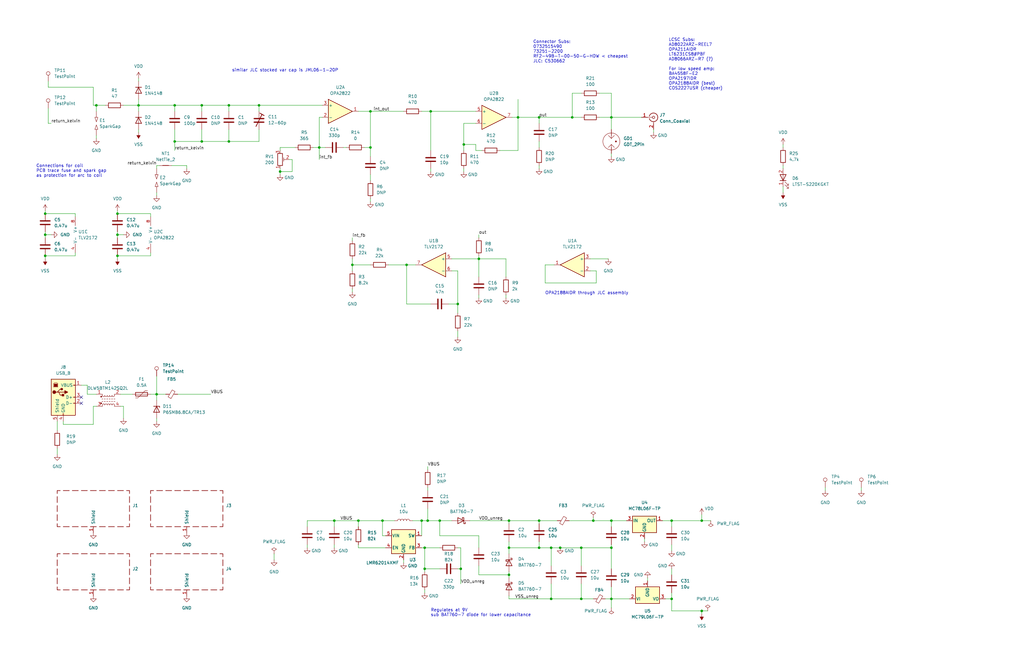
<source format=kicad_sch>
(kicad_sch (version 20211123) (generator eeschema)
  (paper "B")
  (junction (at 179.07 240.03))
  (junction (at 241.3 49.53))
  (junction (at 109.22 44.45))
  (junction (at 140.97 219.71))
  (junction (at 185.42 219.71))
  (junction (at 85.09 59.69))
  (junction (at 257.81 219.71))
  (junction (at 19.05 99.06))
  (junction (at 118.11 72.39))
  (junction (at 227.33 219.71))
  (junction (at 19.05 107.95))
  (junction (at 156.21 62.23))
  (junction (at 201.93 109.22))
  (junction (at 232.41 231.14))
  (junction (at 49.53 107.95))
  (junction (at 245.11 231.14))
  (junction (at 194.31 240.03))
  (junction (at 195.58 60.96))
  (junction (at 257.81 49.53))
  (junction (at 151.13 219.71))
  (junction (at 236.22 231.14))
  (junction (at 49.53 99.06))
  (junction (at 177.8 219.71))
  (junction (at 283.21 219.71))
  (junction (at 73.66 59.69))
  (junction (at 283.21 252.73))
  (junction (at 227.33 49.53))
  (junction (at 179.07 231.14))
  (junction (at 245.11 252.73))
  (junction (at 40.64 44.45))
  (junction (at 181.61 46.99))
  (junction (at 96.52 59.69))
  (junction (at 295.91 257.81))
  (junction (at 214.63 219.71))
  (junction (at 214.63 242.57))
  (junction (at 85.09 44.45))
  (junction (at 257.81 252.73))
  (junction (at 193.04 128.27))
  (junction (at 148.59 111.76))
  (junction (at 49.53 90.17))
  (junction (at 161.29 219.71))
  (junction (at 58.42 44.45))
  (junction (at 180.34 219.71))
  (junction (at 73.66 44.45))
  (junction (at 156.21 46.99))
  (junction (at 214.63 231.14))
  (junction (at 66.04 166.37))
  (junction (at 227.33 231.14))
  (junction (at 19.05 90.17))
  (junction (at 171.45 111.76))
  (junction (at 257.81 231.14))
  (junction (at 232.41 252.73))
  (junction (at 96.52 44.45))
  (junction (at 134.62 62.23))
  (junction (at 295.91 219.71))
  (junction (at 250.19 219.71))
  (junction (at 218.44 49.53))
  (no_connect (at 34.29 170.18))
  (no_connect (at 34.29 167.64))
  (wire (pts (xy 232.41 231.14) (xy 232.41 238.76)))
  (wire (pts (xy 63.5 90.17) (xy 63.5 91.44)))
  (wire (pts (xy 257.81 231.14) (xy 245.11 231.14)))
  (wire (pts (xy 148.59 121.92) (xy 148.59 123.19)))
  (wire (pts (xy 58.42 44.45) (xy 73.66 44.45)))
  (wire (pts (xy 148.59 111.76) (xy 156.21 111.76)))
  (wire (pts (xy 179.07 231.14) (xy 185.42 231.14)))
  (wire (pts (xy 34.29 162.56) (xy 36.83 162.56)))
  (wire (pts (xy 26.67 179.07) (xy 39.37 179.07)))
  (wire (pts (xy 229.87 119.38) (xy 229.87 111.76)))
  (wire (pts (xy 96.52 59.69) (xy 109.22 59.69)))
  (wire (pts (xy 330.2 78.74) (xy 330.2 81.28)))
  (wire (pts (xy 36.83 166.37) (xy 40.64 166.37)))
  (wire (pts (xy 31.75 90.17) (xy 31.75 91.44)))
  (wire (pts (xy 96.52 54.61) (xy 96.52 59.69)))
  (wire (pts (xy 241.3 39.37) (xy 245.11 39.37)))
  (wire (pts (xy 181.61 128.27) (xy 171.45 128.27)))
  (wire (pts (xy 218.44 41.91) (xy 218.44 49.53)))
  (wire (pts (xy 195.58 60.96) (xy 200.66 60.96)))
  (wire (pts (xy 248.92 114.3) (xy 251.46 114.3)))
  (wire (pts (xy 194.31 240.03) (xy 194.31 246.38)))
  (wire (pts (xy 257.81 231.14) (xy 257.81 240.03)))
  (wire (pts (xy 201.93 109.22) (xy 213.36 109.22)))
  (wire (pts (xy 58.42 44.45) (xy 58.42 46.99)))
  (wire (pts (xy 49.53 88.9) (xy 49.53 90.17)))
  (wire (pts (xy 245.11 252.73) (xy 245.11 246.38)))
  (wire (pts (xy 39.37 179.07) (xy 39.37 171.45)))
  (wire (pts (xy 177.8 219.71) (xy 180.34 219.71)))
  (wire (pts (xy 148.59 100.33) (xy 148.59 101.6)))
  (wire (pts (xy 74.93 166.37) (xy 88.9 166.37)))
  (wire (pts (xy 283.21 219.71) (xy 283.21 222.25)))
  (wire (pts (xy 148.59 111.76) (xy 148.59 114.3)))
  (wire (pts (xy 49.53 99.06) (xy 52.07 99.06)))
  (wire (pts (xy 39.37 44.45) (xy 40.64 44.45)))
  (wire (pts (xy 109.22 44.45) (xy 109.22 46.99)))
  (wire (pts (xy 257.81 252.73) (xy 257.81 247.65)))
  (wire (pts (xy 190.5 109.22) (xy 201.93 109.22)))
  (wire (pts (xy 20.32 34.29) (xy 20.32 36.83)))
  (wire (pts (xy 227.33 49.53) (xy 241.3 49.53)))
  (wire (pts (xy 181.61 71.12) (xy 181.61 72.39)))
  (wire (pts (xy 85.09 44.45) (xy 85.09 46.99)))
  (wire (pts (xy 40.64 57.15) (xy 40.64 58.42)))
  (wire (pts (xy 227.33 231.14) (xy 232.41 231.14)))
  (wire (pts (xy 73.66 44.45) (xy 85.09 44.45)))
  (wire (pts (xy 201.93 109.22) (xy 201.93 107.95)))
  (wire (pts (xy 166.37 219.71) (xy 161.29 219.71)))
  (wire (pts (xy 118.11 63.5) (xy 118.11 62.23)))
  (wire (pts (xy 96.52 44.45) (xy 109.22 44.45)))
  (wire (pts (xy 129.54 229.87) (xy 129.54 231.14)))
  (wire (pts (xy 185.42 226.06) (xy 201.93 226.06)))
  (wire (pts (xy 214.63 231.14) (xy 227.33 231.14)))
  (wire (pts (xy 280.67 252.73) (xy 283.21 252.73)))
  (wire (pts (xy 151.13 222.25) (xy 151.13 219.71)))
  (wire (pts (xy 193.04 114.3) (xy 190.5 114.3)))
  (wire (pts (xy 180.34 219.71) (xy 185.42 219.71)))
  (wire (pts (xy 347.98 205.74) (xy 347.98 207.01)))
  (wire (pts (xy 163.83 111.76) (xy 171.45 111.76)))
  (wire (pts (xy 20.32 36.83) (xy 39.37 36.83)))
  (wire (pts (xy 66.04 176.53) (xy 66.04 177.8)))
  (wire (pts (xy 140.97 229.87) (xy 140.97 231.14)))
  (wire (pts (xy 24.13 177.8) (xy 24.13 181.61)))
  (wire (pts (xy 135.89 49.53) (xy 134.62 49.53)))
  (wire (pts (xy 40.64 44.45) (xy 44.45 44.45)))
  (wire (pts (xy 49.53 107.95) (xy 49.53 109.22)))
  (wire (pts (xy 200.66 60.96) (xy 200.66 63.5)))
  (wire (pts (xy 236.22 231.14) (xy 245.11 231.14)))
  (wire (pts (xy 189.23 128.27) (xy 193.04 128.27)))
  (wire (pts (xy 214.63 228.6) (xy 214.63 231.14)))
  (wire (pts (xy 240.03 219.71) (xy 250.19 219.71)))
  (wire (pts (xy 66.04 81.28) (xy 66.04 82.55)))
  (wire (pts (xy 181.61 46.99) (xy 181.61 63.5)))
  (wire (pts (xy 257.81 49.53) (xy 270.51 49.53)))
  (wire (pts (xy 198.12 219.71) (xy 214.63 219.71)))
  (wire (pts (xy 19.05 97.79) (xy 19.05 99.06)))
  (wire (pts (xy 171.45 111.76) (xy 171.45 128.27)))
  (wire (pts (xy 179.07 240.03) (xy 179.07 231.14)))
  (wire (pts (xy 232.41 231.14) (xy 236.22 231.14)))
  (wire (pts (xy 123.19 67.31) (xy 123.19 72.39)))
  (wire (pts (xy 227.33 49.53) (xy 227.33 52.07)))
  (wire (pts (xy 214.63 219.71) (xy 227.33 219.71)))
  (wire (pts (xy 227.33 219.71) (xy 234.95 219.71)))
  (wire (pts (xy 144.78 62.23) (xy 146.05 62.23)))
  (wire (pts (xy 283.21 219.71) (xy 295.91 219.71)))
  (wire (pts (xy 115.57 233.68) (xy 115.57 236.22)))
  (wire (pts (xy 295.91 257.81) (xy 295.91 259.08)))
  (wire (pts (xy 185.42 219.71) (xy 190.5 219.71)))
  (wire (pts (xy 283.21 240.03) (xy 283.21 242.57)))
  (wire (pts (xy 248.92 109.22) (xy 256.54 109.22)))
  (wire (pts (xy 26.67 177.8) (xy 26.67 179.07)))
  (wire (pts (xy 245.11 252.73) (xy 250.19 252.73)))
  (wire (pts (xy 214.63 231.14) (xy 214.63 233.68)))
  (wire (pts (xy 214.63 219.71) (xy 214.63 220.98)))
  (wire (pts (xy 109.22 54.61) (xy 109.22 59.69)))
  (wire (pts (xy 58.42 33.02) (xy 58.42 34.29)))
  (wire (pts (xy 195.58 60.96) (xy 195.58 63.5)))
  (wire (pts (xy 200.66 63.5) (xy 203.2 63.5)))
  (wire (pts (xy 19.05 99.06) (xy 21.59 99.06)))
  (wire (pts (xy 214.63 242.57) (xy 214.63 241.3)))
  (wire (pts (xy 257.81 39.37) (xy 257.81 49.53)))
  (wire (pts (xy 273.05 243.84) (xy 273.05 245.11)))
  (wire (pts (xy 283.21 252.73) (xy 283.21 257.81)))
  (wire (pts (xy 177.8 219.71) (xy 173.99 219.71)))
  (wire (pts (xy 19.05 107.95) (xy 31.75 107.95)))
  (wire (pts (xy 227.33 219.71) (xy 227.33 220.98)))
  (wire (pts (xy 20.32 45.72) (xy 20.32 52.07)))
  (wire (pts (xy 193.04 139.7) (xy 193.04 142.24)))
  (wire (pts (xy 179.07 248.92) (xy 179.07 250.19)))
  (wire (pts (xy 58.42 54.61) (xy 58.42 55.88)))
  (wire (pts (xy 330.2 60.96) (xy 330.2 62.23)))
  (wire (pts (xy 175.26 111.76) (xy 171.45 111.76)))
  (wire (pts (xy 19.05 88.9) (xy 19.05 90.17)))
  (wire (pts (xy 63.5 166.37) (xy 66.04 166.37)))
  (wire (pts (xy 181.61 46.99) (xy 200.66 46.99)))
  (wire (pts (xy 180.34 214.63) (xy 180.34 219.71)))
  (wire (pts (xy 201.93 124.46) (xy 201.93 125.73)))
  (wire (pts (xy 214.63 242.57) (xy 214.63 243.84)))
  (wire (pts (xy 161.29 219.71) (xy 161.29 226.06)))
  (wire (pts (xy 118.11 72.39) (xy 123.19 72.39)))
  (wire (pts (xy 170.18 236.22) (xy 170.18 237.49)))
  (wire (pts (xy 252.73 49.53) (xy 257.81 49.53)))
  (wire (pts (xy 52.07 171.45) (xy 52.07 176.53)))
  (wire (pts (xy 214.63 252.73) (xy 232.41 252.73)))
  (wire (pts (xy 275.59 54.61) (xy 275.59 55.88)))
  (wire (pts (xy 232.41 252.73) (xy 245.11 252.73)))
  (wire (pts (xy 257.81 64.77) (xy 257.81 66.04)))
  (wire (pts (xy 363.22 205.74) (xy 363.22 207.01)))
  (wire (pts (xy 49.53 99.06) (xy 49.53 100.33)))
  (wire (pts (xy 66.04 69.85) (xy 66.04 71.12)))
  (wire (pts (xy 148.59 109.22) (xy 148.59 111.76)))
  (wire (pts (xy 195.58 52.07) (xy 195.58 60.96)))
  (wire (pts (xy 118.11 62.23) (xy 124.46 62.23)))
  (wire (pts (xy 151.13 219.71) (xy 161.29 219.71)))
  (wire (pts (xy 151.13 229.87) (xy 151.13 231.14)))
  (wire (pts (xy 58.42 41.91) (xy 58.42 44.45)))
  (wire (pts (xy 201.93 99.06) (xy 201.93 100.33)))
  (wire (pts (xy 257.81 54.61) (xy 257.81 49.53)))
  (wire (pts (xy 251.46 114.3) (xy 251.46 119.38)))
  (wire (pts (xy 218.44 63.5) (xy 218.44 49.53)))
  (wire (pts (xy 245.11 231.14) (xy 245.11 238.76)))
  (wire (pts (xy 177.8 231.14) (xy 179.07 231.14)))
  (wire (pts (xy 129.54 219.71) (xy 140.97 219.71)))
  (wire (pts (xy 20.32 52.07) (xy 21.59 52.07)))
  (wire (pts (xy 227.33 231.14) (xy 227.33 228.6)))
  (wire (pts (xy 295.91 257.81) (xy 298.45 257.81)))
  (wire (pts (xy 156.21 83.82) (xy 156.21 85.09)))
  (wire (pts (xy 78.74 69.85) (xy 78.74 71.12)))
  (wire (pts (xy 19.05 90.17) (xy 31.75 90.17)))
  (wire (pts (xy 134.62 49.53) (xy 134.62 62.23)))
  (wire (pts (xy 49.53 97.79) (xy 49.53 99.06)))
  (wire (pts (xy 39.37 171.45) (xy 40.64 171.45)))
  (wire (pts (xy 177.8 226.06) (xy 177.8 219.71)))
  (wire (pts (xy 151.13 231.14) (xy 162.56 231.14)))
  (wire (pts (xy 49.53 107.95) (xy 63.5 107.95)))
  (wire (pts (xy 96.52 44.45) (xy 96.52 46.99)))
  (wire (pts (xy 279.4 219.71) (xy 283.21 219.71)))
  (wire (pts (xy 283.21 252.73) (xy 283.21 250.19)))
  (wire (pts (xy 121.92 67.31) (xy 123.19 67.31)))
  (wire (pts (xy 63.5 107.95) (xy 63.5 106.68)))
  (wire (pts (xy 156.21 62.23) (xy 156.21 66.04)))
  (wire (pts (xy 213.36 124.46) (xy 213.36 125.73)))
  (wire (pts (xy 129.54 222.25) (xy 129.54 219.71)))
  (wire (pts (xy 233.68 111.76) (xy 229.87 111.76)))
  (wire (pts (xy 200.66 52.07) (xy 195.58 52.07)))
  (wire (pts (xy 134.62 62.23) (xy 134.62 67.31)))
  (wire (pts (xy 218.44 49.53) (xy 227.33 49.53)))
  (wire (pts (xy 85.09 54.61) (xy 85.09 59.69)))
  (wire (pts (xy 19.05 107.95) (xy 19.05 109.22)))
  (wire (pts (xy 255.27 252.73) (xy 257.81 252.73)))
  (wire (pts (xy 151.13 46.99) (xy 156.21 46.99)))
  (wire (pts (xy 161.29 226.06) (xy 162.56 226.06)))
  (wire (pts (xy 283.21 257.81) (xy 295.91 257.81)))
  (wire (pts (xy 295.91 219.71) (xy 295.91 217.17)))
  (wire (pts (xy 19.05 99.06) (xy 19.05 100.33)))
  (wire (pts (xy 232.41 252.73) (xy 232.41 246.38)))
  (wire (pts (xy 241.3 49.53) (xy 241.3 39.37)))
  (wire (pts (xy 73.66 59.69) (xy 85.09 59.69)))
  (wire (pts (xy 118.11 71.12) (xy 118.11 72.39)))
  (wire (pts (xy 39.37 36.83) (xy 39.37 44.45)))
  (wire (pts (xy 241.3 49.53) (xy 245.11 49.53)))
  (wire (pts (xy 252.73 39.37) (xy 257.81 39.37)))
  (wire (pts (xy 73.66 59.69) (xy 73.66 63.5)))
  (wire (pts (xy 85.09 59.69) (xy 96.52 59.69)))
  (wire (pts (xy 214.63 251.46) (xy 214.63 252.73)))
  (wire (pts (xy 73.66 44.45) (xy 73.66 46.99)))
  (wire (pts (xy 66.04 69.85) (xy 67.31 69.85)))
  (wire (pts (xy 36.83 162.56) (xy 36.83 166.37)))
  (wire (pts (xy 295.91 219.71) (xy 299.72 219.71)))
  (wire (pts (xy 201.93 242.57) (xy 214.63 242.57)))
  (wire (pts (xy 201.93 238.76) (xy 201.93 242.57)))
  (wire (pts (xy 156.21 46.99) (xy 170.18 46.99)))
  (wire (pts (xy 283.21 229.87) (xy 283.21 232.41)))
  (wire (pts (xy 213.36 109.22) (xy 213.36 116.84)))
  (wire (pts (xy 66.04 158.75) (xy 66.04 166.37)))
  (wire (pts (xy 227.33 69.85) (xy 227.33 71.12)))
  (wire (pts (xy 140.97 219.71) (xy 151.13 219.71)))
  (wire (pts (xy 50.8 166.37) (xy 55.88 166.37)))
  (wire (pts (xy 72.39 69.85) (xy 78.74 69.85)))
  (wire (pts (xy 227.33 59.69) (xy 227.33 62.23)))
  (wire (pts (xy 185.42 219.71) (xy 185.42 226.06)))
  (wire (pts (xy 201.93 109.22) (xy 201.93 116.84)))
  (wire (pts (xy 179.07 240.03) (xy 179.07 241.3)))
  (wire (pts (xy 177.8 46.99) (xy 181.61 46.99)))
  (wire (pts (xy 118.11 72.39) (xy 118.11 73.66)))
  (wire (pts (xy 194.31 240.03) (xy 194.31 231.14)))
  (wire (pts (xy 193.04 128.27) (xy 193.04 132.08)))
  (wire (pts (xy 109.22 44.45) (xy 135.89 44.45)))
  (wire (pts (xy 210.82 63.5) (xy 218.44 63.5)))
  (wire (pts (xy 85.09 44.45) (xy 96.52 44.45)))
  (wire (pts (xy 195.58 71.12) (xy 195.58 72.39)))
  (wire (pts (xy 257.81 252.73) (xy 265.43 252.73)))
  (wire (pts (xy 156.21 46.99) (xy 156.21 62.23)))
  (wire (pts (xy 257.81 229.87) (xy 257.81 231.14)))
  (wire (pts (xy 24.13 189.23) (xy 24.13 191.77)))
  (wire (pts (xy 185.42 240.03) (xy 179.07 240.03)))
  (wire (pts (xy 52.07 44.45) (xy 58.42 44.45)))
  (wire (pts (xy 156.21 62.23) (xy 153.67 62.23)))
  (wire (pts (xy 271.78 227.33) (xy 271.78 228.6)))
  (wire (pts (xy 156.21 73.66) (xy 156.21 76.2)))
  (wire (pts (xy 180.34 196.85) (xy 180.34 198.12)))
  (wire (pts (xy 194.31 231.14) (xy 193.04 231.14)))
  (wire (pts (xy 134.62 62.23) (xy 132.08 62.23)))
  (wire (pts (xy 134.62 62.23) (xy 137.16 62.23)))
  (wire (pts (xy 180.34 205.74) (xy 180.34 207.01)))
  (wire (pts (xy 218.44 49.53) (xy 215.9 49.53)))
  (wire (pts (xy 31.75 107.95) (xy 31.75 106.68)))
  (wire (pts (xy 66.04 166.37) (xy 69.85 166.37)))
  (wire (pts (xy 50.8 171.45) (xy 52.07 171.45)))
  (wire (pts (xy 330.2 69.85) (xy 330.2 71.12)))
  (wire (pts (xy 40.64 44.45) (xy 40.64 46.99)))
  (wire (pts (xy 73.66 54.61) (xy 73.66 59.69)))
  (wire (pts (xy 49.53 90.17) (xy 63.5 90.17)))
  (wire (pts (xy 257.81 219.71) (xy 257.81 222.25)))
  (wire (pts (xy 66.04 166.37) (xy 66.04 168.91)))
  (wire (pts (xy 257.81 252.73) (xy 257.81 256.54)))
  (wire (pts (xy 257.81 219.71) (xy 264.16 219.71)))
  (wire (pts (xy 250.19 219.71) (xy 257.81 219.71)))
  (wire (pts (xy 193.04 114.3) (xy 193.04 128.27)))
  (wire (pts (xy 201.93 226.06) (xy 201.93 231.14)))
  (wire (pts (xy 251.46 119.38) (xy 229.87 119.38)))
  (wire (pts (xy 193.04 240.03) (xy 194.31 240.03)))
  (wire (pts (xy 250.19 218.44) (xy 250.19 219.71)))
  (wire (pts (xy 140.97 222.25) (xy 140.97 219.71)))
  (text "Connections for coil\nPCB trace fuse and spark gap \nas protection for arc to coil" (at 15.24 74.93 0) (effects (font (size 1.27 1.27)) (justify left bottom)))
  (text "Connector Subs:\n0732515490\n73251-2200\nRF2-49B-T-00-50-G-HDW < cheapest\nJLC: C530662" (at 224.79 26.67 0) (effects (font (size 1.27 1.27)) (justify left bottom)))
  (text "LCSC Subs:\nAD8022ARZ-REEL7\nOPA211AIDR\nLT6231CS8#PBF\nAD8066ARZ-R7 (?)\n\nFor low speed amp: \nBA4558F-E2\nOPA2197IDR\nOPA2188AIDR (best)\nCOS2227USR (cheaper)" (at 281.94 38.1 0) (effects (font (size 1.27 1.27)) (justify left bottom)))
  (text "OPA2188AIDR through JLC assembly" (at 229.87 124.46 0) (effects (font (size 1.27 1.27)) (justify left bottom)))
  (text "similar JLC stocked var cap is JML06-1-20P" (at 97.79 30.48 0) (effects (font (size 1.27 1.27)) (justify left bottom)))
  (text "Regulates at 9V\nsub BAT760-7 diode for lower capacitance" (at 181.61 260.35 0) (effects (font (size 1.27 1.27)) (justify left bottom)))
  (label "int_fb" (at 148.59 100.33 0))
  (label "return_kelvin" (at 73.66 63.5 0))
  (label "VSS_unreg" (at 217.17 252.73 0))
  (label "VDD_unreg" (at 201.93 219.71 0))
  (label "VBUS" (at 143.51 219.71 0))
  (label "VDD_unreg" (at 194.31 246.38 0))
  (label "int_fb" (at 134.62 67.31 0))
  (label "out" (at 201.93 99.06 0))
  (label "VBUS" (at 88.9 166.37 0))
  (label "int_out" (at 157.48 46.99 0))
  (label "return_kelvin" (at 21.59 52.07 0))
  (label "return_kelvin" (at 66.04 69.85 180))
  (label "VBUS" (at 180.34 196.85 0))
  (label "out" (at 227.33 49.53 0))
  (symbol (lib_id "Regulator_Linear:L78L06_SOT89") (at 271.78 219.71 0) (unit 1)
    (property "Reference" "U4" (at 271.78 212.09 0))
    (property "Value" "MC78L06F-TP" (at 271.78 214.63 0))
    (property "Footprint" "Package_TO_SOT_SMD:SOT-89-3" (effects hide))
    (property "Datasheet" "http://www.st.com/content/ccc/resource/technical/document/datasheet/15/55/e5/aa/23/5b/43/fd/CD00000446.pdf/files/CD00000446.pdf/jcr:content/translations/en.CD00000446.pdf" (effects hide))
    (property "MPN" "MC78L06F-TP" (effects hide))
    (property "JLC_MPN" "C81357" (effects hide))
  )
  (symbol (lib_id "Device:FerriteBead_Small") (at 252.73 252.73 90) (unit 1)
    (property "Reference" "FB4" (at 252.6919 248.92 90))
    (property "Value" "FerriteBead_Small" (effects hide))
    (property "Footprint" "Inductor_SMD:L_0805_2012Metric" (effects hide))
    (property "MPN" "742792040" (effects hide))
    (property "JLC_MPN" "C1015" (effects hide))
  )
  (symbol (lib_id "Device:L_Ferrite_Coupled") (at 45.72 168.91 0) (unit 1)
    (property "Reference" "L2" (at 45.466 161.29 0))
    (property "Value" "DLW5BTM142SQ2L" (at 45.466 163.83 0))
    (property "Footprint" "wbraun_smd:L_CommonModeChoke_Murata_DLW5BTM" (effects hide))
    (property "MPN" "DLW5BTM142SQ2L" (effects hide))
    (property "JLC_MPN" "C91596" (effects hide))
  )
  (symbol (lib_id "power:GND") (at 273.05 243.84 180) (unit 1)
    (property "Reference" "#PWR0161" (effects hide))
    (property "Value" "GND" (at 269.24 242.57 0))
  )
  (symbol (lib_id "Device:C") (at 73.66 50.8 0) (unit 1)
    (property "Reference" "C9" (at 77.47 49.5299 0) (effects (justify left)))
    (property "Value" "100p" (at 77.47 52.0699 0) (effects (justify left)))
    (property "Footprint" "Capacitor_SMD:C_0603_1608Metric" (effects hide))
    (property "MPN" "CC0603JRNPO0BN101" (effects hide))
    (property "JLC_MPN" "C107033" (effects hide))
  )
  (symbol (lib_id "Connector:TestPoint") (at 20.32 45.72 0) (unit 1)
    (property "Reference" "TP12" (at 22.86 41.1479 0) (effects (justify left)))
    (property "Value" "TestPoint" (at 22.86 43.6879 0) (effects (justify left)))
    (property "Footprint" "TestPoint:TestPoint_Pad_4.0x4.0mm" (effects hide))
  )
  (symbol (lib_id "Amplifier_Operational:OPA1602") (at 66.04 99.06 0) (unit 3)
    (property "Reference" "U2" (at 64.77 97.7899 0) (effects (justify left)))
    (property "Value" "OPA2822" (at 64.77 100.3299 0) (effects (justify left)))
    (property "Footprint" "Package_SO:SOIC-8_3.9x4.9mm_P1.27mm" (effects hide))
    (property "Datasheet" "http://www.ti.com/lit/ds/symlink/opa1604.pdf" (effects hide))
    (property "MPN" "OPA2822U" (effects hide))
    (property "JLC_MPN" "C408904" (effects hide))
  )
  (symbol (lib_id "Device:RFShield_OnePiece") (at 78.74 241.3 0) (unit 1)
    (property "Reference" "J4" (at 95.25 240.0299 0) (effects (justify left)))
    (property "Value" "ECT81800C036" (effects hide))
    (property "Footprint" "wbraun_smd:Shield_Clip_ECT81800C036" (effects hide))
    (property "JLC_MPN" "C729442" (effects hide))
  )
  (symbol (lib_id "power:GND") (at 78.74 71.12 0) (unit 1)
    (property "Reference" "#PWR0114" (effects hide))
    (property "Value" "GND" (at 78.74 76.2 0))
  )
  (symbol (lib_id "Device:R") (at 189.23 231.14 270) (unit 1)
    (property "Reference" "R18" (at 189.23 233.68 90))
    (property "Value" "82k" (at 189.23 236.22 90))
    (property "Footprint" "Resistor_SMD:R_0603_1608Metric" (effects hide))
    (property "JLC_MPN" "C23254" (effects hide))
  )
  (symbol (lib_id "Device:C") (at 227.33 55.88 0) (unit 1)
    (property "Reference" "C17" (at 231.14 54.6099 0) (effects (justify left)))
    (property "Value" "DNP" (at 231.14 57.1499 0) (effects (justify left)))
    (property "Footprint" "Capacitor_SMD:C_0603_1608Metric" (effects hide))
  )
  (symbol (lib_id "Device:C") (at 49.53 93.98 0) (unit 1)
    (property "Reference" "C12" (at 53.34 92.7099 0) (effects (justify left)))
    (property "Value" "0.47u" (at 53.34 95.2499 0) (effects (justify left)))
    (property "Footprint" "Capacitor_SMD:C_0603_1608Metric" (effects hide))
    (property "MPN" "CL10B474KA8NNNC" (effects hide))
    (property "JLC_MPN" "C1623" (effects hide))
  )
  (symbol (lib_id "Device:C") (at 245.11 242.57 0) (unit 1)
    (property "Reference" "C27" (at 248.92 241.2999 0) (effects (justify left)))
    (property "Value" "10u" (at 248.92 243.8399 0) (effects (justify left)))
    (property "Footprint" "Capacitor_SMD:C_1206_3216Metric" (effects hide))
    (property "MPN" "CL31A106KBHNNNE" (effects hide))
    (property "JLC_MPN" "C13585" (effects hide))
  )
  (symbol (lib_id "power:VDD") (at 19.05 88.9 0) (unit 1)
    (property "Reference" "#PWR0110" (effects hide))
    (property "Value" "VDD" (at 19.05 83.82 0))
  )
  (symbol (lib_id "power:VSS") (at 19.05 109.22 180) (unit 1)
    (property "Reference" "#PWR0111" (effects hide))
    (property "Value" "VSS" (at 19.05 114.3 0))
  )
  (symbol (lib_id "power:GND") (at 78.74 224.79 0) (unit 1)
    (property "Reference" "#PWR0122" (effects hide))
    (property "Value" "GND" (at 78.74 229.87 0))
  )
  (symbol (lib_id "power:GND") (at 257.81 66.04 0) (unit 1)
    (property "Reference" "#PWR0105" (effects hide))
    (property "Value" "GND" (at 261.62 67.31 0))
  )
  (symbol (lib_id "Device:R") (at 213.36 120.65 180) (unit 1)
    (property "Reference" "R9" (at 215.9 119.3799 0) (effects (justify right)))
    (property "Value" "2k" (at 215.9 121.9199 0) (effects (justify right)))
    (property "Footprint" "Resistor_SMD:R_0603_1608Metric" (effects hide))
    (property "JLC_MPN" "C22975" (effects hide))
  )
  (symbol (lib_id "Device:R") (at 195.58 67.31 0) (unit 1)
    (property "Reference" "R11" (at 198.12 66.0399 0) (effects (justify left)))
    (property "Value" "470" (at 198.12 68.5799 0) (effects (justify left)))
    (property "Footprint" "Resistor_SMD:R_0603_1608Metric" (effects hide))
    (property "JLC_MPN" "C23179" (effects hide))
  )
  (symbol (lib_id "power:GND") (at 193.04 142.24 0) (unit 1)
    (property "Reference" "#PWR0117" (effects hide))
    (property "Value" "GND" (at 193.04 147.32 0))
  )
  (symbol (lib_id "Device:R") (at 248.92 39.37 270) (unit 1)
    (property "Reference" "R21" (at 248.92 33.02 90))
    (property "Value" "100" (at 248.92 35.56 90))
    (property "Footprint" "Resistor_SMD:R_1206_3216Metric" (effects hide))
    (property "JLC_MPN" "C17901" (effects hide))
  )
  (symbol (lib_id "wbraun_ic_lib:GDT_2pin") (at 257.81 59.69 0) (unit 1)
    (property "Reference" "GD1" (at 262.89 58.4199 0) (effects (justify left)))
    (property "Value" "GDT_2Pin" (at 262.89 60.9599 0) (effects (justify left)))
    (property "Footprint" "wbraun_smd:GDT_1812" (effects hide))
    (property "MPN" "4532-075-LF" (effects hide))
    (property "JLC_MPN" "C522627" (effects hide))
  )
  (symbol (lib_id "power:VSS") (at 58.42 55.88 180) (unit 1)
    (property "Reference" "#PWR0115" (effects hide))
    (property "Value" "VSS" (at 58.42 60.96 0))
  )
  (symbol (lib_id "Device:R") (at 149.86 62.23 270) (unit 1)
    (property "Reference" "R14" (at 149.86 55.88 90))
    (property "Value" "0" (at 149.86 58.42 90))
    (property "Footprint" "Resistor_SMD:R_0603_1608Metric" (effects hide))
    (property "MPN" "ERJ-3GEY0R00V" (effects hide))
    (property "JLC_MPN" "C21189" (effects hide))
  )
  (symbol (lib_id "Device:D_Schottky") (at 214.63 237.49 270) (unit 1)
    (property "Reference" "D4" (at 218.44 235.9024 90) (effects (justify left)))
    (property "Value" "BAT760-7" (at 218.44 238.4424 90) (effects (justify left)))
    (property "Footprint" "Diode_SMD:D_SOD-323" (effects hide))
    (property "MPN" "BAT760-7" (effects hide))
    (property "JLC_MPN" "C191023" (effects hide))
  )
  (symbol (lib_id "Device:D_Schottky") (at 194.31 219.71 180) (unit 1)
    (property "Reference" "D3" (at 194.6275 213.36 0))
    (property "Value" "BAT760-7" (at 194.6275 215.9 0))
    (property "Footprint" "Diode_SMD:D_SOD-323" (effects hide))
    (property "MPN" "BAT760-7" (effects hide))
    (property "JLC_MPN" "C191023" (effects hide))
  )
  (symbol (lib_id "power:GND") (at 21.59 99.06 90) (unit 1)
    (property "Reference" "#PWR0107" (effects hide))
    (property "Value" "GND" (at 25.4 99.0599 90) (effects (justify right)))
  )
  (symbol (lib_id "Device:R") (at 227.33 66.04 0) (unit 1)
    (property "Reference" "R20" (at 229.87 64.7699 0) (effects (justify left)))
    (property "Value" "DNP" (at 229.87 67.3099 0) (effects (justify left)))
    (property "Footprint" "Resistor_SMD:R_0603_1608Metric" (effects hide))
  )
  (symbol (lib_id "power:GND") (at 179.07 250.19 0) (unit 1)
    (property "Reference" "#PWR0156" (effects hide))
    (property "Value" "GND" (at 182.88 251.46 0))
  )
  (symbol (lib_id "Device:C") (at 85.09 50.8 0) (unit 1)
    (property "Reference" "C10" (at 88.9 49.5299 0) (effects (justify left)))
    (property "Value" "DNP" (at 88.9 52.0699 0) (effects (justify left)))
    (property "Footprint" "Capacitor_SMD:C_0603_1608Metric" (effects hide))
  )
  (symbol (lib_id "power:PWR_FLAG") (at 250.19 218.44 0) (unit 1)
    (property "Reference" "#FLG02" (effects hide))
    (property "Value" "PWR_FLAG" (at 250.19 213.36 0))
  )
  (symbol (lib_id "Device:C") (at 129.54 226.06 0) (unit 1)
    (property "Reference" "C7" (at 133.35 224.7899 0) (effects (justify left)))
    (property "Value" "10u" (at 133.35 227.3299 0) (effects (justify left)))
    (property "Footprint" "Capacitor_SMD:C_1206_3216Metric" (effects hide))
    (property "MPN" "CL31A106KBHNNNE" (effects hide))
    (property "JLC_MPN" "C13585" (effects hide))
  )
  (symbol (lib_id "power:GND") (at 283.21 232.41 0) (unit 1)
    (property "Reference" "#PWR0165" (effects hide))
    (property "Value" "GND" (at 287.02 233.68 0))
  )
  (symbol (lib_id "Device:C_Trim") (at 109.22 50.8 0) (unit 1)
    (property "Reference" "C11" (at 113.03 49.2759 0) (effects (justify left)))
    (property "Value" "12-60p" (at 113.03 51.8159 0) (effects (justify left)))
    (property "Footprint" "wbraun_smd:C_Trimmer_GKG_6mm" (effects hide))
    (property "MPN" "GKG60015" (effects hide))
  )
  (symbol (lib_id "Device:C") (at 227.33 224.79 0) (unit 1)
    (property "Reference" "C25" (at 231.14 223.5199 0) (effects (justify left)))
    (property "Value" "10u" (at 231.14 226.0599 0) (effects (justify left)))
    (property "Footprint" "Capacitor_SMD:C_1206_3216Metric" (effects hide))
    (property "MPN" "CL31A106KBHNNNE" (effects hide))
    (property "JLC_MPN" "C13585" (effects hide))
  )
  (symbol (lib_id "Connector:Conn_Coaxial") (at 275.59 49.53 0) (unit 1)
    (property "Reference" "J7" (at 278.13 48.5531 0) (effects (justify left)))
    (property "Value" "Conn_Coaxial" (at 278.13 51.0931 0) (effects (justify left)))
    (property "Footprint" "wbraun_smd:SMA_Molex_73251-2200_Horizontal" (effects hide))
    (property "Datasheet" " ~" (effects hide))
    (property "MPN" "RF2-49B-T-00-50-G-HDW" (effects hide))
    (property "JLC_MPN" "C530662" (effects hide))
  )
  (symbol (lib_id "Device:R") (at 148.59 118.11 180) (unit 1)
    (property "Reference" "R3" (at 151.13 116.8399 0) (effects (justify right)))
    (property "Value" "8.2k" (at 151.13 119.3799 0) (effects (justify right)))
    (property "Footprint" "Resistor_SMD:R_0603_1608Metric" (effects hide))
    (property "JLC_MPN" "C25981" (effects hide))
  )
  (symbol (lib_id "power:GND") (at 52.07 99.06 90) (unit 1)
    (property "Reference" "#PWR0121" (effects hide))
    (property "Value" "GND" (at 55.88 99.0599 90) (effects (justify right)))
  )
  (symbol (lib_id "Device:R") (at 179.07 245.11 180) (unit 1)
    (property "Reference" "R16" (at 172.72 243.84 0) (effects (justify right)))
    (property "Value" "13k" (at 172.72 246.38 0) (effects (justify right)))
    (property "Footprint" "Resistor_SMD:R_0603_1608Metric" (effects hide))
    (property "JLC_MPN" "C22797" (effects hide))
  )
  (symbol (lib_id "Device:C") (at 201.93 120.65 180) (unit 1)
    (property "Reference" "C16" (at 205.74 119.3799 0) (effects (justify right)))
    (property "Value" "DNP" (at 205.74 121.9199 0) (effects (justify right)))
    (property "Footprint" "Capacitor_SMD:C_0603_1608Metric" (effects hide))
  )
  (symbol (lib_id "Amplifier_Operational:OPA1602") (at 208.28 49.53 0) (unit 2)
    (property "Reference" "U2" (at 208.28 39.37 0))
    (property "Value" "OPA2822" (at 208.28 41.91 0))
    (property "Footprint" "Package_SO:SOIC-8_3.9x4.9mm_P1.27mm" (effects hide))
    (property "Datasheet" "http://www.ti.com/lit/ds/symlink/opa1604.pdf" (effects hide))
    (property "MPN" "OPA2822U" (effects hide))
    (property "JLC_MPN" "C408904" (effects hide))
  )
  (symbol (lib_id "Device:C") (at 232.41 242.57 0) (unit 1)
    (property "Reference" "C3" (at 236.22 241.2999 0) (effects (justify left)))
    (property "Value" "10u" (at 236.22 243.8399 0) (effects (justify left)))
    (property "Footprint" "Capacitor_SMD:C_1206_3216Metric" (effects hide))
    (property "MPN" "CL31A106KBHNNNE" (effects hide))
    (property "JLC_MPN" "C13585" (effects hide))
  )
  (symbol (lib_name "LED_1") (lib_id "Device:LED") (at 330.2 74.93 90) (unit 1)
    (property "Reference" "D6" (at 334.01 75.2474 90) (effects (justify right)))
    (property "Value" "LTST-S220KGKT" (at 334.01 77.7874 90) (effects (justify right)))
    (property "Footprint" "wbraun_smd:LED-T1-RIGHT-ANGLE_4.6x4.4mm" (effects hide))
    (property "JLC_MPN" "C2929606" (effects hide))
    (property "MPN" "WP934CB/GD" (effects hide))
  )
  (symbol (lib_id "Device:C") (at 181.61 67.31 0) (unit 1)
    (property "Reference" "C19" (at 185.42 66.0399 0) (effects (justify left)))
    (property "Value" "10p" (at 185.42 68.5799 0) (effects (justify left)))
    (property "Footprint" "Capacitor_SMD:C_0603_1608Metric" (effects hide))
    (property "MPN" "CL10C100JB8NNNC" (effects hide))
    (property "JLC_MPN" "C1634" (effects hide))
  )
  (symbol (lib_id "power:VDD") (at 49.53 88.9 0) (unit 1)
    (property "Reference" "#PWR0108" (effects hide))
    (property "Value" "VDD" (at 49.53 83.82 0))
  )
  (symbol (lib_id "Regulator_Linear:L79L05_SOT89") (at 273.05 252.73 0) (unit 1)
    (property "Reference" "U5" (at 273.05 257.81 0))
    (property "Value" "MC79L06F-TP" (at 273.05 260.35 0))
    (property "Footprint" "Package_TO_SOT_SMD:SOT-89-3" (effects hide))
    (property "Datasheet" "http://www.farnell.com/datasheets/1827870.pdf" (effects hide))
    (property "MPN" "MC79L06F-TP" (effects hide))
    (property "JLC_MPN" "C8619" (effects hide))
  )
  (symbol (lib_id "Device:NetTie_2") (at 69.85 69.85 0) (unit 1)
    (property "Reference" "NT1" (at 69.85 64.77 0))
    (property "Value" "NetTie_2" (at 69.85 67.31 0))
    (property "Footprint" "NetTie:NetTie-2_SMD_Pad0.5mm" (effects hide))
  )
  (symbol (lib_id "Device:Polyfuse") (at 59.69 166.37 90) (unit 1)
    (property "Reference" "F1" (at 59.69 160.02 90))
    (property "Value" "0.5A" (at 59.69 162.56 90))
    (property "Footprint" "Fuse:Fuse_1206_3216Metric" (effects hide))
    (property "MPN" "0ZCJ0050FF2G" (effects hide))
    (property "JLC_MPN" "C163512" (effects hide))
  )
  (symbol (lib_id "power:GND") (at 156.21 85.09 0) (unit 1)
    (property "Reference" "#PWR0136" (effects hide))
    (property "Value" "GND" (at 160.02 86.36 0))
  )
  (symbol (lib_id "Device:C") (at 257.81 226.06 0) (unit 1)
    (property "Reference" "C28" (at 261.62 224.7899 0) (effects (justify left)))
    (property "Value" "10u" (at 261.62 227.3299 0) (effects (justify left)))
    (property "Footprint" "Capacitor_SMD:C_1206_3216Metric" (effects hide))
    (property "MPN" "CL31A106KBHNNNE" (effects hide))
    (property "JLC_MPN" "C13585" (effects hide))
  )
  (symbol (lib_id "Device:C") (at 19.05 93.98 0) (unit 1)
    (property "Reference" "C5" (at 22.86 92.7099 0) (effects (justify left)))
    (property "Value" "0.47u" (at 22.86 95.2499 0) (effects (justify left)))
    (property "Footprint" "Capacitor_SMD:C_0603_1608Metric" (effects hide))
    (property "MPN" "CL10B474KA8NNNC" (effects hide))
    (property "JLC_MPN" "C1623" (effects hide))
  )
  (symbol (lib_id "Amplifier_Operational:OPA1602") (at 182.88 111.76 0) (mirror y) (unit 2)
    (property "Reference" "U1" (at 182.88 101.6 0))
    (property "Value" "TLV2172" (at 182.88 104.14 0))
    (property "Footprint" "Package_SO:SOIC-8_3.9x4.9mm_P1.27mm" (effects hide))
    (property "Datasheet" "http://www.ti.com/lit/ds/symlink/opa1604.pdf" (effects hide))
    (property "MPN" "TLV2172IDR" (effects hide))
    (property "JLC_MPN" "C17271" (effects hide))
  )
  (symbol (lib_id "Device:L") (at 170.18 219.71 90) (unit 1)
    (property "Reference" "L1" (at 170.18 213.36 90))
    (property "Value" "10u" (at 170.18 215.9 90))
    (property "Footprint" "wbraun_smd:L_VLCF4020" (effects hide))
    (property "MPN" "VLCF4020T-100MR85" (effects hide))
    (property "JLC_MPN" "C136244" (effects hide))
  )
  (symbol (lib_id "Device:SparkGap") (at 40.64 52.07 90) (unit 1)
    (property "Reference" "E1" (at 41.91 50.7999 90) (effects (justify right)))
    (property "Value" "SparkGap" (at 41.91 53.3399 90) (effects (justify right)))
    (property "Footprint" "wbraun_smd:Spark_Gap" (effects hide))
  )
  (symbol (lib_id "power:GND") (at 170.18 237.49 0) (unit 1)
    (property "Reference" "#PWR0154" (effects hide))
    (property "Value" "GND" (at 173.99 238.76 0))
  )
  (symbol (lib_id "Device:C") (at 185.42 128.27 90) (unit 1)
    (property "Reference" "C15" (at 185.42 120.65 90))
    (property "Value" "47n" (at 185.42 123.19 90))
    (property "Footprint" "Capacitor_SMD:C_1206_3216Metric" (effects hide))
    (property "MPN" "GRM31M5C1H473JA01L" (effects hide))
    (property "JLC_MPN" "C21812" (effects hide))
  )
  (symbol (lib_id "Device:C") (at 156.21 69.85 0) (unit 1)
    (property "Reference" "C4" (at 160.02 68.5799 0) (effects (justify left)))
    (property "Value" "DNP" (at 160.02 71.1199 0) (effects (justify left)))
    (property "Footprint" "Capacitor_SMD:C_0603_1608Metric" (effects hide))
  )
  (symbol (lib_id "Device:R") (at 128.27 62.23 90) (unit 1)
    (property "Reference" "R5" (at 128.27 55.88 90))
    (property "Value" "365" (at 128.27 58.42 90))
    (property "Footprint" "Resistor_SMD:R_0603_1608Metric" (effects hide))
    (property "MPN" "RC0603FR-07365RL" (effects hide))
    (property "JLC_MPN" "C23032" (effects hide))
  )
  (symbol (lib_id "power:GND") (at 213.36 125.73 0) (unit 1)
    (property "Reference" "#PWR0137" (effects hide))
    (property "Value" "GND" (at 217.17 127 0))
  )
  (symbol (lib_id "power:GND") (at 181.61 72.39 0) (unit 1)
    (property "Reference" "#PWR0128" (effects hide))
    (property "Value" "GND" (at 185.42 73.66 0))
  )
  (symbol (lib_id "power:VDD") (at 58.42 33.02 0) (unit 1)
    (property "Reference" "#PWR0118" (effects hide))
    (property "Value" "VDD" (at 58.42 27.94 0))
  )
  (symbol (lib_id "Device:R_Potentiometer_Trim") (at 118.11 67.31 0) (mirror x) (unit 1)
    (property "Reference" "RV1" (at 115.57 66.0399 0) (effects (justify right)))
    (property "Value" "200" (at 115.57 68.5799 0) (effects (justify right)))
    (property "Footprint" "Potentiometer_SMD:Potentiometer_Bourns_3314G_Vertical" (effects hide))
    (property "MPN" "3314G-1-201E" (effects hide))
    (property "JLC_MPN" "C52238" (effects hide))
  )
  (symbol (lib_id "power:GND") (at 236.22 231.14 0) (unit 1)
    (property "Reference" "#PWR0152" (effects hide))
    (property "Value" "GND" (at 240.03 232.41 0))
  )
  (symbol (lib_id "power:GND") (at 271.78 228.6 0) (unit 1)
    (property "Reference" "#PWR0163" (effects hide))
    (property "Value" "GND" (at 275.59 229.87 0))
  )
  (symbol (lib_id "Regulator_Switching:LMR62014XMF") (at 170.18 228.6 0) (unit 1)
    (property "Reference" "U3" (at 173.99 236.22 0))
    (property "Value" "LMR62014XMF" (at 161.29 237.49 0))
    (property "Footprint" "Package_TO_SOT_SMD:SOT-23-5" (effects hide))
    (property "Datasheet" "http://www.ti.com/lit/ds/symlink/lmr62014.pdf" (effects hide))
    (property "MPN" "LMR62014XMF/NOPB" (effects hide))
    (property "JLC_MPN" "C468235" (effects hide))
  )
  (symbol (lib_id "power:GND") (at 227.33 71.12 0) (unit 1)
    (property "Reference" "#PWR0138" (effects hide))
    (property "Value" "GND" (at 231.14 72.39 0))
  )
  (symbol (lib_id "Device:D") (at 58.42 50.8 270) (unit 1)
    (property "Reference" "D2" (at 60.96 49.5299 90) (effects (justify left)))
    (property "Value" "1N4148" (at 60.96 52.0699 90) (effects (justify left)))
    (property "Footprint" "Diode_SMD:D_SOD-323F" (effects hide))
    (property "MPN" "1N4148WS RRG" (effects hide))
    (property "JLC_MPN" "C2128" (effects hide))
  )
  (symbol (lib_id "Device:R") (at 180.34 201.93 0) (unit 1)
    (property "Reference" "R17" (at 184.15 200.6599 0) (effects (justify left)))
    (property "Value" "DNP" (at 184.15 203.1999 0) (effects (justify left)))
    (property "Footprint" "Resistor_SMD:R_0805_2012Metric" (effects hide))
  )
  (symbol (lib_id "power:GND") (at 39.37 251.46 0) (unit 1)
    (property "Reference" "#PWR0119" (effects hide))
    (property "Value" "GND" (at 39.37 256.54 0))
  )
  (symbol (lib_id "power:GND") (at 148.59 123.19 0) (unit 1)
    (property "Reference" "#PWR0124" (effects hide))
    (property "Value" "GND" (at 148.59 128.27 0))
  )
  (symbol (lib_id "Device:RFShield_OnePiece") (at 39.37 241.3 0) (unit 1)
    (property "Reference" "J2" (at 55.88 240.0299 0) (effects (justify left)))
    (property "Value" "ECT81800C036" (effects hide))
    (property "Footprint" "wbraun_smd:Shield_Clip_ECT81800C036" (effects hide))
    (property "JLC_MPN" "C729442" (effects hide))
  )
  (symbol (lib_id "Device:FerriteBead_Small") (at 237.49 219.71 90) (unit 1)
    (property "Reference" "FB3" (at 237.4519 213.36 90))
    (property "Value" "FerriteBead_Small" (effects hide))
    (property "Footprint" "Inductor_SMD:L_0805_2012Metric" (effects hide))
    (property "MPN" "742792040" (effects hide))
    (property "JLC_MPN" "C1015" (effects hide))
  )
  (symbol (lib_id "power:GND") (at 140.97 231.14 0) (unit 1)
    (property "Reference" "#PWR0155" (effects hide))
    (property "Value" "GND" (at 144.78 232.41 0))
  )
  (symbol (lib_id "power:GND") (at 118.11 73.66 0) (unit 1)
    (property "Reference" "#PWR0141" (effects hide))
    (property "Value" "GND" (at 121.92 74.93 0))
  )
  (symbol (lib_id "Device:D_Zener") (at 66.04 172.72 270) (unit 1)
    (property "Reference" "D11" (at 68.58 171.4499 90) (effects (justify left)))
    (property "Value" "P6SMB6.8CA/TR13" (at 68.58 173.9899 90) (effects (justify left)))
    (property "Footprint" "Diode_SMD:D_SMB" (effects hide))
    (property "MPN" "P6SMB6.8CA/TR13" (effects hide))
    (property "JLC_MPN" "C78395" (effects hide))
  )
  (symbol (lib_id "Device:RFShield_OnePiece") (at 78.74 214.63 0) (unit 1)
    (property "Reference" "J3" (at 95.25 213.3599 0) (effects (justify left)))
    (property "Value" "ECT81800C036" (effects hide))
    (property "Footprint" "wbraun_smd:Shield_Clip_ECT81800C036" (effects hide))
    (property "JLC_MPN" "C729442" (effects hide))
  )
  (symbol (lib_id "power:VSS") (at 295.91 259.08 180) (unit 1)
    (property "Reference" "#PWR0102" (effects hide))
    (property "Value" "VSS" (at 295.91 264.16 0))
  )
  (symbol (lib_id "Device:C") (at 283.21 226.06 0) (unit 1)
    (property "Reference" "C30" (at 287.02 224.7899 0) (effects (justify left)))
    (property "Value" "10u" (at 287.02 227.3299 0) (effects (justify left)))
    (property "Footprint" "Capacitor_SMD:C_1206_3216Metric" (effects hide))
    (property "MPN" "CL31A106KBHNNNE" (effects hide))
    (property "JLC_MPN" "C13585" (effects hide))
  )
  (symbol (lib_id "Device:R") (at 24.13 185.42 0) (unit 1)
    (property "Reference" "R19" (at 27.94 184.1499 0) (effects (justify left)))
    (property "Value" "DNP" (at 27.94 186.6899 0) (effects (justify left)))
    (property "Footprint" "Resistor_SMD:R_0805_2012Metric" (effects hide))
  )
  (symbol (lib_id "Device:SparkGap") (at 66.04 76.2 90) (unit 1)
    (property "Reference" "E2" (at 67.31 74.9299 90) (effects (justify right)))
    (property "Value" "SparkGap" (at 67.31 77.4699 90) (effects (justify right)))
    (property "Footprint" "wbraun_smd:Spark_Gap" (effects hide))
  )
  (symbol (lib_id "power:GND") (at 40.64 58.42 0) (unit 1)
    (property "Reference" "#PWR0116" (effects hide))
    (property "Value" "GND" (at 40.64 63.5 0))
  )
  (symbol (lib_id "Device:C") (at 140.97 62.23 90) (unit 1)
    (property "Reference" "C14" (at 140.97 54.61 90))
    (property "Value" "330p" (at 140.97 57.15 90))
    (property "Footprint" "Capacitor_SMD:C_0603_1608Metric" (effects hide))
    (property "MPN" "CL10C330JB8NNNC" (effects hide))
    (property "JLC_MPN" "C1664" (effects hide))
  )
  (symbol (lib_id "power:GND") (at 283.21 240.03 180) (unit 1)
    (property "Reference" "#PWR0164" (effects hide))
    (property "Value" "GND" (at 279.4 238.76 0))
  )
  (symbol (lib_id "Connector:TestPoint") (at 363.22 205.74 0) (unit 1)
    (property "Reference" "TP6" (at 365.76 201.1679 0) (effects (justify left)))
    (property "Value" "TestPoint" (at 365.76 203.7079 0) (effects (justify left)))
    (property "Footprint" "wbraun_smd:THM_MINI" (effects hide))
  )
  (symbol (lib_id "Device:R") (at 193.04 135.89 0) (unit 1)
    (property "Reference" "R7" (at 195.58 134.6199 0) (effects (justify left)))
    (property "Value" "22k" (at 195.58 137.1599 0) (effects (justify left)))
    (property "Footprint" "Resistor_SMD:R_0603_1608Metric" (effects hide))
    (property "MPN" "RMCF0603FG22K0" (effects hide))
    (property "JLC_MPN" "C31850" (effects hide))
  )
  (symbol (lib_id "Amplifier_Operational:OPA1602") (at 241.3 111.76 0) (mirror y) (unit 1)
    (property "Reference" "U1" (at 241.3 101.6 0))
    (property "Value" "TLV2172" (at 241.3 104.14 0))
    (property "Footprint" "Package_SO:SOIC-8_3.9x4.9mm_P1.27mm" (effects hide))
    (property "Datasheet" "http://www.ti.com/lit/ds/symlink/opa1604.pdf" (effects hide))
    (property "MPN" "TLV2172IDR" (effects hide))
    (property "JLC_MPN" "C17271" (effects hide))
  )
  (symbol (lib_id "power:GND") (at 256.54 109.22 0) (unit 1)
    (property "Reference" "#PWR0101" (effects hide))
    (property "Value" "GND" (at 256.54 114.3 0))
  )
  (symbol (lib_id "power:GND") (at 24.13 191.77 0) (unit 1)
    (property "Reference" "#PWR0159" (effects hide))
    (property "Value" "GND" (at 24.13 196.85 0))
  )
  (symbol (lib_id "power:GND") (at 201.93 125.73 0) (unit 1)
    (property "Reference" "#PWR0135" (effects hide))
    (property "Value" "GND" (at 205.74 127 0))
  )
  (symbol (lib_id "Device:C") (at 140.97 226.06 0) (unit 1)
    (property "Reference" "C20" (at 144.78 224.7899 0) (effects (justify left)))
    (property "Value" "10u" (at 144.78 227.3299 0) (effects (justify left)))
    (property "Footprint" "Capacitor_SMD:C_1206_3216Metric" (effects hide))
    (property "MPN" "CL31A106KBHNNNE" (effects hide))
    (property "JLC_MPN" "C13585" (effects hide))
  )
  (symbol (lib_id "Device:R") (at 160.02 111.76 90) (unit 1)
    (property "Reference" "R4" (at 160.02 105.41 90))
    (property "Value" "22k" (at 160.02 107.95 90))
    (property "Footprint" "Resistor_SMD:R_0603_1608Metric" (effects hide))
    (property "MPN" "RMCF0603FG22K0" (effects hide))
    (property "JLC_MPN" "C31850" (effects hide))
  )
  (symbol (lib_id "power:PWR_FLAG") (at 115.57 233.68 0) (unit 1)
    (property "Reference" "#FLG01" (effects hide))
    (property "Value" "PWR_FLAG" (at 115.57 228.6 0))
  )
  (symbol (lib_id "power:GND") (at 347.98 207.01 0) (unit 1)
    (property "Reference" "#PWR0134" (effects hide))
    (property "Value" "GND" (at 347.98 212.09 0))
  )
  (symbol (lib_id "Device:R") (at 156.21 80.01 0) (unit 1)
    (property "Reference" "R6" (at 158.75 78.7399 0) (effects (justify left)))
    (property "Value" "DNP" (at 158.75 81.2799 0) (effects (justify left)))
    (property "Footprint" "Resistor_SMD:R_0603_1608Metric" (effects hide))
  )
  (symbol (lib_id "Device:R") (at 151.13 226.06 180) (unit 1)
    (property "Reference" "R15" (at 154.94 224.7899 0) (effects (justify right)))
    (property "Value" "82k" (at 154.94 227.3299 0) (effects (justify right)))
    (property "Footprint" "Resistor_SMD:R_0603_1608Metric" (effects hide))
    (property "JLC_MPN" "C23254" (effects hide))
  )
  (symbol (lib_id "power:GND") (at 275.59 55.88 0) (unit 1)
    (property "Reference" "#PWR0126" (effects hide))
    (property "Value" "GND" (at 279.4 57.15 0))
  )
  (symbol (lib_id "power:GND") (at 363.22 207.01 0) (unit 1)
    (property "Reference" "#PWR0133" (effects hide))
    (property "Value" "GND" (at 363.22 212.09 0))
  )
  (symbol (lib_id "Connector:USB_B") (at 26.67 167.64 0) (unit 1)
    (property "Reference" "J8" (at 26.67 154.94 0))
    (property "Value" "USB_B" (at 26.67 157.48 0))
    (property "Footprint" "wbraun_smd:USB_B_OST_USB-B1HSxx_Horizontal" (effects hide))
    (property "Datasheet" " ~" (effects hide))
    (property "MPN" "USB-B1HSB6" (effects hide))
    (property "JLC_MPN" "C498173" (effects hide))
  )
  (symbol (lib_id "power:VSS") (at 49.53 109.22 180) (unit 1)
    (property "Reference" "#PWR0109" (effects hide))
    (property "Value" "VSS" (at 49.53 114.3 0))
  )
  (symbol (lib_id "Amplifier_Operational:OPA1602") (at 34.29 99.06 0) (unit 3)
    (property "Reference" "U1" (at 33.02 97.7899 0) (effects (justify left)))
    (property "Value" "TLV2172" (at 33.02 100.3299 0) (effects (justify left)))
    (property "Footprint" "Package_SO:SOIC-8_3.9x4.9mm_P1.27mm" (effects hide))
    (property "Datasheet" "http://www.ti.com/lit/ds/symlink/opa1604.pdf" (effects hide))
    (property "MPN" "TLV2172IDR" (effects hide))
    (property "JLC_MPN" "C17271" (effects hide))
  )
  (symbol (lib_id "power:PWR_FLAG") (at 298.45 257.81 0) (unit 1)
    (property "Reference" "#FLG04" (effects hide))
    (property "Value" "PWR_FLAG" (at 298.45 252.73 0))
  )
  (symbol (lib_id "power:GND") (at 115.57 236.22 0) (unit 1)
    (property "Reference" "#PWR01" (effects hide))
    (property "Value" "GND" (at 115.57 241.3 0))
  )
  (symbol (lib_id "power:GND") (at 195.58 72.39 0) (unit 1)
    (property "Reference" "#PWR0125" (effects hide))
    (property "Value" "GND" (at 199.39 73.66 0))
  )
  (symbol (lib_id "Connector:TestPoint") (at 347.98 205.74 0) (unit 1)
    (property "Reference" "TP4" (at 350.52 201.1679 0) (effects (justify left)))
    (property "Value" "TestPoint" (at 350.52 203.7079 0) (effects (justify left)))
    (property "Footprint" "wbraun_smd:THM_MINI" (effects hide))
  )
  (symbol (lib_id "Device:R") (at 173.99 46.99 270) (unit 1)
    (property "Reference" "R10" (at 173.99 40.64 90))
    (property "Value" "470" (at 173.99 43.18 90))
    (property "Footprint" "Resistor_SMD:R_0603_1608Metric" (effects hide))
    (property "JLC_MPN" "C23179" (effects hide))
  )
  (symbol (lib_id "Device:C") (at 283.21 246.38 0) (unit 1)
    (property "Reference" "C31" (at 287.02 245.1099 0) (effects (justify left)))
    (property "Value" "10u" (at 287.02 247.6499 0) (effects (justify left)))
    (property "Footprint" "Capacitor_SMD:C_1206_3216Metric" (effects hide))
    (property "MPN" "CL31A106KBHNNNE" (effects hide))
    (property "JLC_MPN" "C13585" (effects hide))
  )
  (symbol (lib_id "Amplifier_Operational:OPA1602") (at 143.51 46.99 0) (unit 1)
    (property "Reference" "U2" (at 143.51 36.83 0))
    (property "Value" "OPA2822" (at 143.51 39.37 0))
    (property "Footprint" "Package_SO:SOIC-8_3.9x4.9mm_P1.27mm" (effects hide))
    (property "Datasheet" "http://www.ti.com/lit/ds/symlink/opa1604.pdf" (effects hide))
    (property "MPN" "OPA2822U" (effects hide))
    (property "JLC_MPN" "C408904" (effects hide))
  )
  (symbol (lib_id "Device:FerriteBead_Small") (at 72.39 166.37 90) (unit 1)
    (property "Reference" "FB5" (at 72.3519 160.02 90))
    (property "Value" "FerriteBead_Small" (effects hide))
    (property "Footprint" "Inductor_SMD:L_0805_2012Metric" (effects hide))
    (property "MPN" "742792040" (effects hide))
    (property "JLC_MPN" "C1015" (effects hide))
  )
  (symbol (lib_id "Device:RFShield_OnePiece") (at 39.37 214.63 0) (unit 1)
    (property "Reference" "J1" (at 55.88 213.3599 0) (effects (justify left)))
    (property "Value" "ECT81800C036" (effects hide))
    (property "Footprint" "wbraun_smd:Shield_Clip_ECT81800C036" (effects hide))
    (property "JLC_MPN" "C729442" (effects hide))
  )
  (symbol (lib_id "Device:R") (at 207.01 63.5 270) (unit 1)
    (property "Reference" "R12" (at 207.01 57.15 90))
    (property "Value" "470" (at 207.01 59.69 90))
    (property "Footprint" "Resistor_SMD:R_0603_1608Metric" (effects hide))
    (property "JLC_MPN" "C23179" (effects hide))
  )
  (symbol (lib_id "power:GND") (at 66.04 82.55 0) (unit 1)
    (property "Reference" "#PWR0106" (effects hide))
    (property "Value" "GND" (at 66.04 87.63 0))
  )
  (symbol (lib_id "Device:C") (at 214.63 224.79 0) (unit 1)
    (property "Reference" "C2" (at 218.44 223.5199 0) (effects (justify left)))
    (property "Value" "10u" (at 218.44 226.0599 0) (effects (justify left)))
    (property "Footprint" "Capacitor_SMD:C_1206_3216Metric" (effects hide))
    (property "MPN" "CL31A106KBHNNNE" (effects hide))
    (property "JLC_MPN" "C13585" (effects hide))
  )
  (symbol (lib_id "power:VSS") (at 330.2 81.28 180) (unit 1)
    (property "Reference" "#PWR0104" (effects hide))
    (property "Value" "VSS" (at 330.2 86.36 0))
  )
  (symbol (lib_id "power:VDD") (at 330.2 60.96 0) (unit 1)
    (property "Reference" "#PWR0140" (effects hide))
    (property "Value" "VDD" (at 330.2 55.88 0))
  )
  (symbol (lib_id "Connector:TestPoint") (at 66.04 158.75 0) (unit 1)
    (property "Reference" "TP14" (at 68.58 154.1779 0) (effects (justify left)))
    (property "Value" "TestPoint" (at 68.58 156.7179 0) (effects (justify left)))
    (property "Footprint" "wbraun_smd:THM_MINI" (effects hide))
  )
  (symbol (lib_id "Device:C") (at 257.81 243.84 0) (unit 1)
    (property "Reference" "C29" (at 261.62 242.5699 0) (effects (justify left)))
    (property "Value" "10u" (at 261.62 245.1099 0) (effects (justify left)))
    (property "Footprint" "Capacitor_SMD:C_1206_3216Metric" (effects hide))
    (property "MPN" "CL31A106KBHNNNE" (effects hide))
    (property "JLC_MPN" "C13585" (effects hide))
  )
  (symbol (lib_id "Device:C") (at 96.52 50.8 0) (unit 1)
    (property "Reference" "C1" (at 100.33 49.5299 0) (effects (justify left)))
    (property "Value" "DNP" (at 100.33 52.0699 0) (effects (justify left)))
    (property "Footprint" "Capacitor_SMD:C_0603_1608Metric" (effects hide))
  )
  (symbol (lib_id "Device:D_Schottky") (at 214.63 247.65 270) (unit 1)
    (property "Reference" "D5" (at 218.44 246.0624 90) (effects (justify left)))
    (property "Value" "BAT760-7" (at 218.44 248.6024 90) (effects (justify left)))
    (property "Footprint" "Diode_SMD:D_SOD-323" (effects hide))
    (property "MPN" "BAT760-7" (effects hide))
    (property "JLC_MPN" "C191023" (effects hide))
  )
  (symbol (lib_id "Device:C") (at 180.34 210.82 0) (unit 1)
    (property "Reference" "C21" (at 185.42 209.5499 0) (effects (justify left)))
    (property "Value" "DNP" (at 185.42 212.0899 0) (effects (justify left)))
    (property "Footprint" "Capacitor_SMD:C_0603_1608Metric" (effects hide))
  )
  (symbol (lib_id "Device:R") (at 248.92 49.53 270) (unit 1)
    (property "Reference" "R13" (at 248.92 43.18 90))
    (property "Value" "100" (at 248.92 45.72 90))
    (property "Footprint" "Resistor_SMD:R_1206_3216Metric" (effects hide))
    (property "JLC_MPN" "C17901" (effects hide))
  )
  (symbol (lib_id "Device:R") (at 48.26 44.45 90) (unit 1)
    (property "Reference" "R1" (at 48.26 38.1 90))
    (property "Value" "47" (at 48.26 40.64 90))
    (property "Footprint" "Resistor_SMD:R_0603_1608Metric" (effects hide))
    (property "JLC_MPN" "C23182" (effects hide))
  )
  (symbol (lib_id "Device:C") (at 189.23 240.03 90) (unit 1)
    (property "Reference" "C22" (at 189.23 245.11 90))
    (property "Value" "330p" (at 189.23 247.65 90))
    (property "Footprint" "Capacitor_SMD:C_0603_1608Metric" (effects hide))
    (property "MPN" "CL10C330JB8NNNC" (effects hide))
    (property "JLC_MPN" "C1664" (effects hide))
  )
  (symbol (lib_id "Connector:TestPoint") (at 20.32 34.29 0) (unit 1)
    (property "Reference" "TP11" (at 22.86 29.7179 0) (effects (justify left)))
    (property "Value" "TestPoint" (at 22.86 32.2579 0) (effects (justify left)))
    (property "Footprint" "TestPoint:TestPoint_Pad_4.0x4.0mm" (effects hide))
  )
  (symbol (lib_id "power:GND") (at 129.54 231.14 0) (unit 1)
    (property "Reference" "#PWR0112" (effects hide))
    (property "Value" "GND" (at 133.35 232.41 0))
  )
  (symbol (lib_id "Device:C") (at 19.05 104.14 0) (unit 1)
    (property "Reference" "C6" (at 22.86 102.8699 0) (effects (justify left)))
    (property "Value" "0.47u" (at 22.86 105.4099 0) (effects (justify left)))
    (property "Footprint" "Capacitor_SMD:C_0603_1608Metric" (effects hide))
    (property "MPN" "CL10B474KA8NNNC" (effects hide))
    (property "JLC_MPN" "C1623" (effects hide))
  )
  (symbol (lib_id "Device:D") (at 58.42 38.1 270) (unit 1)
    (property "Reference" "D1" (at 60.96 36.8299 90) (effects (justify left)))
    (property "Value" "1N4148" (at 60.96 39.3699 90) (effects (justify left)))
    (property "Footprint" "Diode_SMD:D_SOD-323F" (effects hide))
    (property "MPN" "1N4148WS RRG" (effects hide))
    (property "JLC_MPN" "C2128" (effects hide))
  )
  (symbol (lib_id "Device:R") (at 148.59 105.41 0) (unit 1)
    (property "Reference" "R2" (at 151.13 104.1399 0) (effects (justify left)))
    (property "Value" "22k" (at 151.13 106.6799 0) (effects (justify left)))
    (property "Footprint" "Resistor_SMD:R_0603_1608Metric" (effects hide))
    (property "MPN" "RMCF0603FG22K0" (effects hide))
    (property "JLC_MPN" "C31850" (effects hide))
  )
  (symbol (lib_id "power:PWR_FLAG") (at 299.72 219.71 180) (unit 1)
    (property "Reference" "#FLG05" (effects hide))
    (property "Value" "PWR_FLAG" (at 302.26 220.9799 0) (effects (justify right)))
  )
  (symbol (lib_id "power:GND") (at 78.74 251.46 0) (unit 1)
    (property "Reference" "#PWR0120" (effects hide))
    (property "Value" "GND" (at 78.74 256.54 0))
  )
  (symbol (lib_id "power:GND") (at 39.37 224.79 0) (unit 1)
    (property "Reference" "#PWR0113" (effects hide))
    (property "Value" "GND" (at 39.37 229.87 0))
  )
  (symbol (lib_id "power:GND") (at 52.07 176.53 0) (unit 1)
    (property "Reference" "#PWR0157" (effects hide))
    (property "Value" "GND" (at 52.07 181.61 0))
  )
  (symbol (lib_id "power:GND") (at 66.04 177.8 0) (unit 1)
    (property "Reference" "#PWR0103" (effects hide))
    (property "Value" "GND" (at 66.04 182.88 0))
  )
  (symbol (lib_id "Device:R") (at 201.93 104.14 180) (unit 1)
    (property "Reference" "R8" (at 204.47 102.8699 0) (effects (justify right)))
    (property "Value" "10k" (at 204.47 105.4099 0) (effects (justify right)))
    (property "Footprint" "Resistor_SMD:R_0603_1608Metric" (effects hide))
    (property "JLC_MPN" "C25804" (effects hide))
  )
  (symbol (lib_id "Device:C") (at 49.53 104.14 0) (unit 1)
    (property "Reference" "C13" (at 53.34 102.8699 0) (effects (justify left)))
    (property "Value" "0.47u" (at 53.34 105.4099 0) (effects (justify left)))
    (property "Footprint" "Capacitor_SMD:C_0603_1608Metric" (effects hide))
    (property "MPN" "CL10B474KA8NNNC" (effects hide))
    (property "JLC_MPN" "C1623" (effects hide))
  )
  (symbol (lib_id "power:PWR_FLAG") (at 257.81 256.54 180) (unit 1)
    (property "Reference" "#FLG03" (effects hide))
    (property "Value" "PWR_FLAG" (at 246.38 257.81 0) (effects (justify right)))
  )
  (symbol (lib_id "Device:C") (at 201.93 234.95 180) (unit 1)
    (property "Reference" "C23" (at 207.01 233.6799 0) (effects (justify right)))
    (property "Value" "10u" (at 207.01 236.2199 0) (effects (justify right)))
    (property "Footprint" "Capacitor_SMD:C_1206_3216Metric" (effects hide))
    (property "MPN" "CL31A106KBHNNNE" (effects hide))
    (property "JLC_MPN" "C13585" (effects hide))
  )
  (symbol (lib_id "power:VDD") (at 295.91 217.17 0) (unit 1)
    (property "Reference" "#PWR0158" (effects hide))
    (property "Value" "VDD" (at 300.99 214.63 0) (effects (justify right)))
  )
  (symbol (lib_id "Device:R") (at 330.2 66.04 180) (unit 1)
    (property "Reference" "R25" (at 332.74 64.7699 0) (effects (justify right)))
    (property "Value" "4.7k" (at 332.74 67.3099 0) (effects (justify right)))
    (property "Footprint" "Resistor_SMD:R_0603_1608Metric" (effects hide))
    (property "MPN" "RMCF0603FT4K70" (effects hide))
    (property "JLC_MPN" "C23162" (effects hide))
  )
)
</source>
